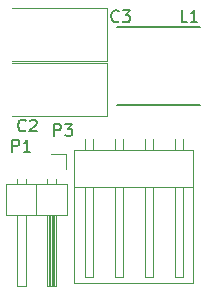
<source format=gbr>
G04 #@! TF.GenerationSoftware,KiCad,Pcbnew,(5.1.5)-3*
G04 #@! TF.CreationDate,2020-11-20T22:13:13+01:00*
G04 #@! TF.ProjectId,Microduino_Base_DE,4d696372-6f64-4756-996e-6f5f42617365,0.0*
G04 #@! TF.SameCoordinates,Original*
G04 #@! TF.FileFunction,Legend,Top*
G04 #@! TF.FilePolarity,Positive*
%FSLAX46Y46*%
G04 Gerber Fmt 4.6, Leading zero omitted, Abs format (unit mm)*
G04 Created by KiCad (PCBNEW (5.1.5)-3) date 2020-11-20 22:13:13*
%MOMM*%
%LPD*%
G04 APERTURE LIST*
%ADD10C,0.120000*%
%ADD11C,0.200000*%
%ADD12C,0.150000*%
%ADD13C,0.149860*%
G04 APERTURE END LIST*
D10*
X143517600Y-71259100D02*
X151577600Y-71259100D01*
X151577600Y-71259100D02*
X151577600Y-66739100D01*
X151577600Y-66739100D02*
X143517600Y-66739100D01*
X148191000Y-81695000D02*
X145591000Y-81695000D01*
X145591000Y-81695000D02*
X145591000Y-84315000D01*
X145591000Y-84315000D02*
X148191000Y-84315000D01*
X148191000Y-84315000D02*
X148191000Y-81695000D01*
X147241000Y-84315000D02*
X146481000Y-84315000D01*
X146481000Y-84315000D02*
X146481000Y-90315000D01*
X146481000Y-90315000D02*
X147241000Y-90315000D01*
X147241000Y-90315000D02*
X147241000Y-84315000D01*
X147241000Y-81265000D02*
X147241000Y-81695000D01*
X146481000Y-81265000D02*
X146481000Y-81695000D01*
X147121000Y-84315000D02*
X147121000Y-90315000D01*
X147001000Y-84315000D02*
X147001000Y-90315000D01*
X146881000Y-84315000D02*
X146881000Y-90315000D01*
X146761000Y-84315000D02*
X146761000Y-90315000D01*
X146641000Y-84315000D02*
X146641000Y-90315000D01*
X146521000Y-84315000D02*
X146521000Y-90315000D01*
X145591000Y-81695000D02*
X142991000Y-81695000D01*
X142991000Y-81695000D02*
X142991000Y-84315000D01*
X142991000Y-84315000D02*
X145591000Y-84315000D01*
X145591000Y-84315000D02*
X145591000Y-81695000D01*
X144701000Y-84315000D02*
X143941000Y-84315000D01*
X143941000Y-84315000D02*
X143941000Y-90315000D01*
X143941000Y-90315000D02*
X144701000Y-90315000D01*
X144701000Y-90315000D02*
X144701000Y-84315000D01*
X144701000Y-81265000D02*
X144701000Y-81695000D01*
X143941000Y-81265000D02*
X143941000Y-81695000D01*
X146861000Y-79085000D02*
X148131000Y-79085000D01*
X148131000Y-79085000D02*
X148131000Y-80355000D01*
X155437800Y-89538200D02*
X155437800Y-81938200D01*
X154797800Y-89538200D02*
X155437800Y-89538200D01*
X154797800Y-81938200D02*
X154797800Y-89538200D01*
X154797800Y-78738200D02*
X154797800Y-77838200D01*
X155437800Y-77838200D02*
X155437800Y-78738200D01*
X155437800Y-77838200D02*
X155437800Y-78738200D01*
X154797800Y-78738200D02*
X154797800Y-77838200D01*
X154797800Y-81938200D02*
X154797800Y-89538200D01*
X154797800Y-89538200D02*
X155437800Y-89538200D01*
X155437800Y-89538200D02*
X155437800Y-81938200D01*
X155437800Y-89538200D02*
X155437800Y-81938200D01*
X154797800Y-89538200D02*
X155437800Y-89538200D01*
X154797800Y-81938200D02*
X154797800Y-89538200D01*
X154797800Y-78738200D02*
X154797800Y-77838200D01*
X155437800Y-77838200D02*
X155437800Y-78738200D01*
X155437800Y-77838200D02*
X155437800Y-78738200D01*
X154797800Y-78738200D02*
X154797800Y-77838200D01*
X154797800Y-81938200D02*
X154797800Y-89538200D01*
X154797800Y-89538200D02*
X155437800Y-89538200D01*
X155437800Y-89538200D02*
X155437800Y-81938200D01*
X157977800Y-89538200D02*
X157977800Y-81938200D01*
X157337800Y-89538200D02*
X157977800Y-89538200D01*
X157337800Y-81938200D02*
X157337800Y-89538200D01*
X157337800Y-78738200D02*
X157337800Y-77838200D01*
X157977800Y-77838200D02*
X157977800Y-78738200D01*
X157977800Y-77838200D02*
X157977800Y-78738200D01*
X157337800Y-78738200D02*
X157337800Y-77838200D01*
X157337800Y-81938200D02*
X157337800Y-89538200D01*
X157337800Y-89538200D02*
X157977800Y-89538200D01*
X157977800Y-89538200D02*
X157977800Y-81938200D01*
X157977800Y-89538200D02*
X157977800Y-81938200D01*
X157337800Y-89538200D02*
X157977800Y-89538200D01*
X157337800Y-81938200D02*
X157337800Y-89538200D01*
X157337800Y-78738200D02*
X157337800Y-77838200D01*
X157977800Y-77838200D02*
X157977800Y-78738200D01*
X157977800Y-77838200D02*
X157977800Y-78738200D01*
X157337800Y-78738200D02*
X157337800Y-77838200D01*
X157337800Y-81938200D02*
X157337800Y-89538200D01*
X157337800Y-89538200D02*
X157977800Y-89538200D01*
X157977800Y-89538200D02*
X157977800Y-81938200D01*
X152897800Y-89538200D02*
X152897800Y-81938200D01*
X152257800Y-89538200D02*
X152897800Y-89538200D01*
X152257800Y-81938200D02*
X152257800Y-89538200D01*
X152257800Y-78738200D02*
X152257800Y-77838200D01*
X152897800Y-77838200D02*
X152897800Y-78738200D01*
X152897800Y-77838200D02*
X152897800Y-78738200D01*
X152257800Y-78738200D02*
X152257800Y-77838200D01*
X152257800Y-81938200D02*
X152257800Y-89538200D01*
X152257800Y-89538200D02*
X152897800Y-89538200D01*
X152897800Y-89538200D02*
X152897800Y-81938200D01*
X152897800Y-89538200D02*
X152897800Y-81938200D01*
X152257800Y-89538200D02*
X152897800Y-89538200D01*
X152257800Y-81938200D02*
X152257800Y-89538200D01*
X152257800Y-78738200D02*
X152257800Y-77838200D01*
X152897800Y-77838200D02*
X152897800Y-78738200D01*
X152897800Y-77838200D02*
X152897800Y-78738200D01*
X152257800Y-78738200D02*
X152257800Y-77838200D01*
X152257800Y-81938200D02*
X152257800Y-89538200D01*
X152257800Y-89538200D02*
X152897800Y-89538200D01*
X152897800Y-89538200D02*
X152897800Y-81938200D01*
X150357800Y-89538200D02*
X150357800Y-81938200D01*
X149717800Y-89538200D02*
X150357800Y-89538200D01*
X149717800Y-81938200D02*
X149717800Y-89538200D01*
X149717800Y-78738200D02*
X149717800Y-77838200D01*
X150357800Y-77838200D02*
X150357800Y-78738200D01*
X150357800Y-77838200D02*
X150357800Y-78738200D01*
X149717800Y-78738200D02*
X149717800Y-77838200D01*
X149717800Y-81938200D02*
X149717800Y-89538200D01*
X149717800Y-89538200D02*
X150357800Y-89538200D01*
X150357800Y-89538200D02*
X150357800Y-81938200D01*
X150357800Y-89538200D02*
X150357800Y-81938200D01*
X149717800Y-89538200D02*
X150357800Y-89538200D01*
X149717800Y-81938200D02*
X149717800Y-89538200D01*
X149717800Y-78738200D02*
X149717800Y-77838200D01*
X150357800Y-77838200D02*
X150357800Y-78738200D01*
X150357800Y-77838200D02*
X150357800Y-78738200D01*
X149717800Y-78738200D02*
X149717800Y-77838200D01*
X149717800Y-81938200D02*
X149717800Y-89538200D01*
X149717800Y-89538200D02*
X150357800Y-89538200D01*
X150357800Y-89538200D02*
X150357800Y-81938200D01*
X158847800Y-81938200D02*
X148747800Y-81938200D01*
X148747800Y-78738200D02*
X148747800Y-90048200D01*
X148747800Y-90048200D02*
X158847800Y-90048200D01*
X158847800Y-90048200D02*
X158847800Y-78738200D01*
X158847800Y-78738200D02*
X148747800Y-78738200D01*
X151590300Y-71400000D02*
X143530300Y-71400000D01*
X151590300Y-75920000D02*
X151590300Y-71400000D01*
X143530300Y-75920000D02*
X151590300Y-75920000D01*
D11*
X159456000Y-68328000D02*
X152456000Y-68328000D01*
X152456000Y-74928000D02*
X159456000Y-74928000D01*
D12*
X152563533Y-67857642D02*
X152515914Y-67905261D01*
X152373057Y-67952880D01*
X152277819Y-67952880D01*
X152134961Y-67905261D01*
X152039723Y-67810023D01*
X151992104Y-67714785D01*
X151944485Y-67524309D01*
X151944485Y-67381452D01*
X151992104Y-67190976D01*
X152039723Y-67095738D01*
X152134961Y-67000500D01*
X152277819Y-66952880D01*
X152373057Y-66952880D01*
X152515914Y-67000500D01*
X152563533Y-67048119D01*
X152896866Y-66952880D02*
X153515914Y-66952880D01*
X153182580Y-67333833D01*
X153325438Y-67333833D01*
X153420676Y-67381452D01*
X153468295Y-67429071D01*
X153515914Y-67524309D01*
X153515914Y-67762404D01*
X153468295Y-67857642D01*
X153420676Y-67905261D01*
X153325438Y-67952880D01*
X153039723Y-67952880D01*
X152944485Y-67905261D01*
X152896866Y-67857642D01*
X143572004Y-78912980D02*
X143572004Y-77912980D01*
X143952957Y-77912980D01*
X144048195Y-77960600D01*
X144095814Y-78008219D01*
X144143433Y-78103457D01*
X144143433Y-78246314D01*
X144095814Y-78341552D01*
X144048195Y-78389171D01*
X143952957Y-78436790D01*
X143572004Y-78436790D01*
X145095814Y-78912980D02*
X144524385Y-78912980D01*
X144810100Y-78912980D02*
X144810100Y-77912980D01*
X144714861Y-78055838D01*
X144619623Y-78151076D01*
X144524385Y-78198695D01*
X147102604Y-77592180D02*
X147102604Y-76592180D01*
X147483557Y-76592180D01*
X147578795Y-76639800D01*
X147626414Y-76687419D01*
X147674033Y-76782657D01*
X147674033Y-76925514D01*
X147626414Y-77020752D01*
X147578795Y-77068371D01*
X147483557Y-77115990D01*
X147102604Y-77115990D01*
X148007366Y-76592180D02*
X148626414Y-76592180D01*
X148293080Y-76973133D01*
X148435938Y-76973133D01*
X148531176Y-77020752D01*
X148578795Y-77068371D01*
X148626414Y-77163609D01*
X148626414Y-77401704D01*
X148578795Y-77496942D01*
X148531176Y-77544561D01*
X148435938Y-77592180D01*
X148150223Y-77592180D01*
X148054985Y-77544561D01*
X148007366Y-77496942D01*
X144676833Y-77103242D02*
X144629214Y-77150861D01*
X144486357Y-77198480D01*
X144391119Y-77198480D01*
X144248261Y-77150861D01*
X144153023Y-77055623D01*
X144105404Y-76960385D01*
X144057785Y-76769909D01*
X144057785Y-76627052D01*
X144105404Y-76436576D01*
X144153023Y-76341338D01*
X144248261Y-76246100D01*
X144391119Y-76198480D01*
X144486357Y-76198480D01*
X144629214Y-76246100D01*
X144676833Y-76293719D01*
X145057785Y-76293719D02*
X145105404Y-76246100D01*
X145200642Y-76198480D01*
X145438738Y-76198480D01*
X145533976Y-76246100D01*
X145581595Y-76293719D01*
X145629214Y-76388957D01*
X145629214Y-76484195D01*
X145581595Y-76627052D01*
X145010166Y-77198480D01*
X145629214Y-77198480D01*
D13*
X158369000Y-67923228D02*
X157897285Y-67923228D01*
X157897285Y-66932628D01*
X159218085Y-67923228D02*
X158652028Y-67923228D01*
X158935057Y-67923228D02*
X158935057Y-66932628D01*
X158840714Y-67074142D01*
X158746371Y-67168485D01*
X158652028Y-67215657D01*
M02*

</source>
